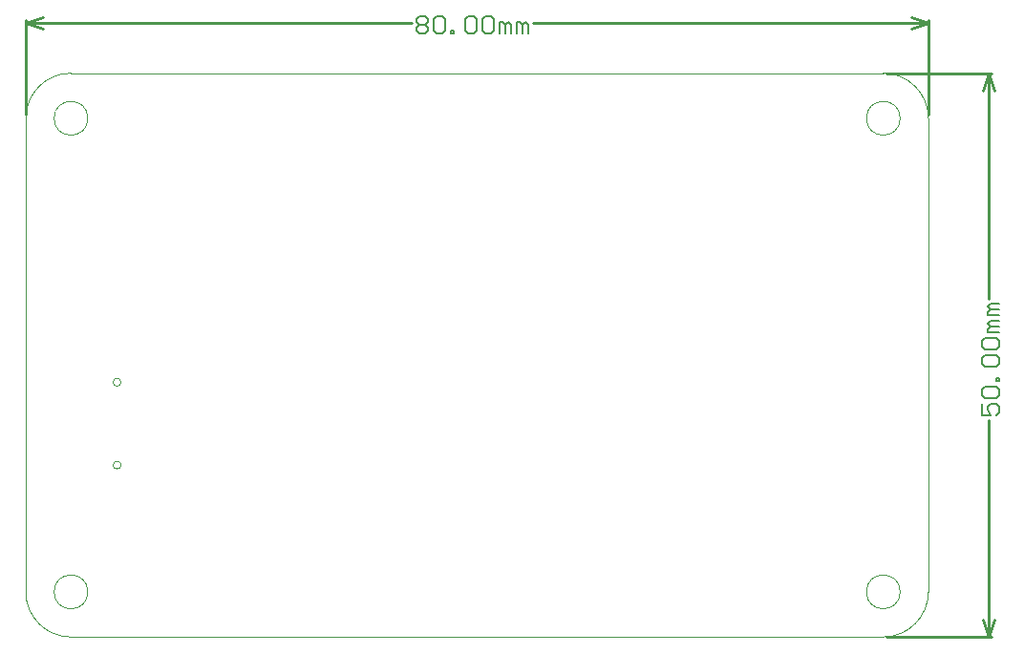
<source format=gbr>
%TF.GenerationSoftware,Altium Limited,Altium Designer,19.0.4 (130)*%
G04 Layer_Color=16711935*
%FSLAX45Y45*%
%MOMM*%
%TF.FileFunction,Other,Mechanical_1*%
%TF.Part,Single*%
G01*
G75*
%TA.AperFunction,NonConductor*%
%ADD52C,0.25400*%
%ADD55C,0.15240*%
%ADD77C,0.00508*%
%ADD78C,0.10000*%
D52*
X0Y4630400D02*
Y5469400D01*
Y5444000D02*
X152400Y5494800D01*
Y5393200D02*
X0Y5444000D01*
X3423580D01*
X4495140D02*
X8000000D01*
X7847600Y5393200D01*
X8000000Y5444000D02*
X7847600Y5494800D01*
X8000000Y5469400D02*
Y4630400D01*
X8483200Y4847600D02*
X8534000Y5000000D01*
X8584800Y4847600D01*
X8559400Y5000000D02*
X7630400D01*
X8534000D02*
Y2995140D01*
Y1923580D02*
Y0D01*
X8584800Y152400D01*
X8483200D02*
X8534000Y0D01*
X8559400D02*
X7630400D01*
D55*
X3972056Y5352585D02*
X3921272D01*
X3895880Y5377977D01*
Y5479544D01*
X3921272Y5504935D01*
X3972056D01*
X3997448Y5479544D01*
Y5377977D01*
X3972056Y5352585D01*
X4073623D02*
X4048231Y5377977D01*
Y5479544D01*
X4073623Y5504935D01*
X4124407D01*
X4149798Y5479544D01*
Y5377977D01*
X4124407Y5352585D01*
X4073623D01*
X4200582D02*
Y5454152D01*
X4225974D01*
X4251365Y5428760D01*
Y5352585D01*
Y5428760D01*
X4276757Y5454152D01*
X4302149Y5428760D01*
Y5352585D01*
X4352933D02*
Y5454152D01*
X4378324D01*
X4403716Y5428760D01*
Y5352585D01*
Y5428760D01*
X4429108Y5454152D01*
X4454500Y5428760D01*
Y5352585D01*
X3692746Y5504935D02*
X3718138Y5479544D01*
Y5377977D01*
X3692746Y5352585D01*
X3641963D01*
X3616571Y5377977D01*
Y5479544D01*
X3641963Y5504935D01*
X3692746D01*
X3768922Y5377977D02*
X3794313D01*
Y5352585D01*
X3768922D01*
Y5377977D01*
X3540396Y5504935D02*
X3565787Y5479544D01*
Y5454152D01*
X3540396Y5428760D01*
X3565787Y5403368D01*
Y5377977D01*
X3540396Y5352585D01*
X3489612D01*
X3464220Y5377977D01*
Y5403368D01*
X3489612Y5428760D01*
X3464220Y5454152D01*
Y5479544D01*
X3489612Y5504935D01*
X3540396D01*
Y5428760D02*
X3489612D01*
X8498456Y2116571D02*
X8473065Y2141963D01*
Y2192746D01*
X8498456Y2218138D01*
X8600023D01*
X8625415Y2192746D01*
Y2141963D01*
X8600023Y2116571D01*
X8498456D01*
X8473065Y2065787D02*
Y1964220D01*
X8549240D01*
X8523848Y2015004D01*
Y2040395D01*
X8549240Y2065787D01*
X8600023D01*
X8625415Y2040395D01*
Y1989612D01*
X8600023Y1964220D01*
Y2268922D02*
Y2294313D01*
X8625415D01*
Y2268922D01*
X8600023D01*
Y2395880D02*
X8498456D01*
X8473065Y2421272D01*
Y2472056D01*
X8498456Y2497448D01*
X8600023D01*
X8625415Y2472056D01*
Y2421272D01*
X8600023Y2395880D01*
Y2548231D02*
X8498456D01*
X8473065Y2573623D01*
Y2624406D01*
X8498456Y2649798D01*
X8600023D01*
X8625415Y2624406D01*
Y2573623D01*
X8600023Y2548231D01*
X8625415Y2700582D02*
X8523848D01*
Y2725974D01*
X8549240Y2751365D01*
X8625415D01*
X8549240D01*
X8523848Y2776757D01*
X8549240Y2802149D01*
X8625415D01*
Y2852933D02*
X8523848D01*
Y2878324D01*
X8549240Y2903716D01*
X8625415D01*
X8549240D01*
X8523848Y2929108D01*
X8549240Y2954500D01*
X8625415D01*
D77*
X844000Y1523997D02*
G03*
X844000Y1523997I-35001J0D01*
G01*
Y2258997D02*
G03*
X844000Y2258997I-35001J0D01*
G01*
D78*
X0Y400000D02*
G03*
X400000Y0I400000J0D01*
G01*
X7600000D01*
D02*
G03*
X8000000Y400000I0J400000D01*
G01*
Y4600000D01*
D02*
G03*
X7600000Y5000000I-400000J0D01*
G01*
X400000Y4999999D01*
D02*
G03*
X0Y4600000I-1J-399999D01*
G01*
Y400000D01*
X550000D02*
G03*
X550000Y400000I-150000J0D01*
G01*
X549999Y4599999D02*
G03*
X549999Y4599999I-150000J0D01*
G01*
X7750000Y400000D02*
G03*
X7750000Y400000I-150000J0D01*
G01*
Y4600000D02*
G03*
X7750000Y4600000I-150000J0D01*
G01*
%TF.MD5,b3d650a55ccc6925a78cb37185efb4ad*%
M02*

</source>
